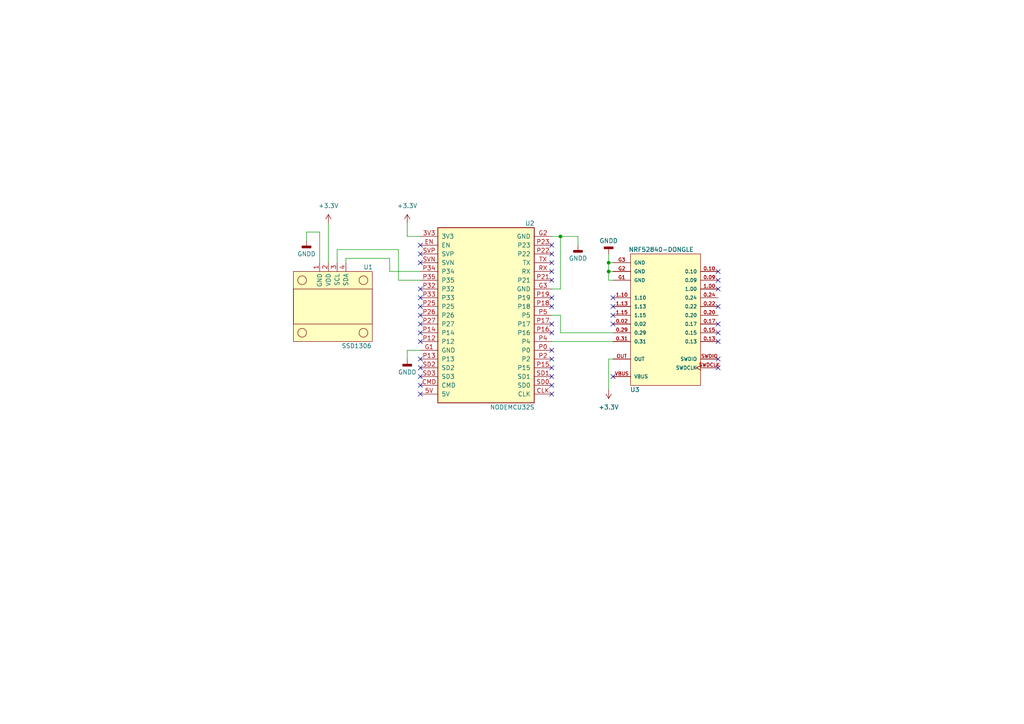
<source format=kicad_sch>
(kicad_sch (version 20211123) (generator eeschema)
  (paper "A4")
  (lib_symbols
    (symbol "NODEMCU32S:NODEMCU32S" (pin_names (offset 1.016))
      (property "Reference" "U2" (at 13.97 24.13 0))
      (property "Value" "NODEMCU32S" (at 8.89 -29.21 0))
      (symbol "NODEMCU32S_0_0"
        (rectangle (start -12.7 -27.94) (end 15.24 22.86) (stroke (width 0.254)) (fill (type background)))
        (pin bidirectional line (at -17.78 -15.24 0) (length 5.08) (name "P13") (number "P13"))
        (pin bidirectional line (at 20.32 10.16 180) (length 5.08) (name "RX") (number "RX"))
        (pin bidirectional line (at -17.78 -17.78 0) (length 5.08) (name "SD2") (number "SD2"))
        (pin bidirectional line (at 20.32 12.7 180) (length 5.08) (name "TX") (number "TX"))
      )
      (symbol "NODEMCU32S_1_1"
        (pin power_in line (at -17.78 20.32 0) (length 5.08) (name "3V3") (number "3V3"))
        (pin power_out line (at -17.78 -25.4 0) (length 5.08) (name "5V") (number "5V"))
        (pin bidirectional line (at 20.32 -25.4 180) (length 5.08) (name "CLK") (number "CLK"))
        (pin bidirectional line (at -17.78 -22.86 0) (length 5.08) (name "CMD") (number "CMD"))
        (pin bidirectional line (at -17.78 17.78 0) (length 5.08) (name "EN") (number "EN"))
        (pin power_in line (at -17.78 -12.7 0) (length 5.08) (name "GND") (number "G1"))
        (pin power_in line (at 20.32 20.32 180) (length 5.08) (name "GND") (number "G2"))
        (pin power_in line (at 20.32 5.08 180) (length 5.08) (name "GND") (number "G3"))
        (pin bidirectional line (at 20.32 -12.7 180) (length 5.08) (name "P0") (number "P0"))
        (pin bidirectional line (at -17.78 -10.16 0) (length 5.08) (name "P12") (number "P12"))
        (pin bidirectional line (at -17.78 -7.62 0) (length 5.08) (name "P14") (number "P14"))
        (pin bidirectional line (at 20.32 -17.78 180) (length 5.08) (name "P15") (number "P15"))
        (pin bidirectional line (at 20.32 -7.62 180) (length 5.08) (name "P16") (number "P16"))
        (pin bidirectional line (at 20.32 -5.08 180) (length 5.08) (name "P17") (number "P17"))
        (pin bidirectional line (at 20.32 0 180) (length 5.08) (name "P18") (number "P18"))
        (pin bidirectional line (at 20.32 2.54 180) (length 5.08) (name "P19") (number "P19"))
        (pin bidirectional line (at 20.32 -15.24 180) (length 5.08) (name "P2") (number "P2"))
        (pin bidirectional line (at 20.32 7.62 180) (length 5.08) (name "P21") (number "P21"))
        (pin bidirectional line (at 20.32 15.24 180) (length 5.08) (name "P22") (number "P22"))
        (pin bidirectional line (at 20.32 17.78 180) (length 5.08) (name "P23") (number "P23"))
        (pin bidirectional line (at -17.78 0 0) (length 5.08) (name "P25") (number "P25"))
        (pin bidirectional line (at -17.78 -2.54 0) (length 5.08) (name "P26") (number "P26"))
        (pin bidirectional line (at -17.78 -5.08 0) (length 5.08) (name "P27") (number "P27"))
        (pin bidirectional line (at -17.78 5.08 0) (length 5.08) (name "P32") (number "P32"))
        (pin bidirectional line (at -17.78 2.54 0) (length 5.08) (name "P33") (number "P33"))
        (pin bidirectional line (at -17.78 10.16 0) (length 5.08) (name "P34") (number "P34"))
        (pin bidirectional line (at -17.78 7.62 0) (length 5.08) (name "P35") (number "P35"))
        (pin bidirectional line (at 20.32 -10.16 180) (length 5.08) (name "P4") (number "P4"))
        (pin bidirectional line (at 20.32 -2.54 180) (length 5.08) (name "P5") (number "P5"))
        (pin bidirectional line (at 20.32 -22.86 180) (length 5.08) (name "SD0") (number "SD0"))
        (pin bidirectional line (at 20.32 -20.32 180) (length 5.08) (name "SD1") (number "SD1"))
        (pin bidirectional line (at -17.78 -20.32 0) (length 5.08) (name "SD3") (number "SD3"))
        (pin bidirectional line (at -17.78 12.7 0) (length 5.08) (name "SVN") (number "SVN"))
        (pin bidirectional line (at -17.78 15.24 0) (length 5.08) (name "SVP") (number "SVP"))
      )
    )
    (symbol "NRF52840-DONGLE_1" (pin_names (offset 1.016))
      (property "Reference" "U" (at -11.43 19.05 0))
      (property "Value" "NRF52840-DONGLE_1" (at -10.16 -22.86 0))
      (symbol "NRF52840-DONGLE_1_0_0"
        (rectangle (start -11.43 17.78) (end 8.89 -20.32) (stroke (width 0.1524)) (fill (type background)))
        (pin bidirectional line (at 13.97 0 180) (length 5.08) (name "0.02") (number "0.02"))
        (pin bidirectional line (at -16.51 -12.7 0) (length 5.08) (name "0.09") (number "0.09"))
        (pin bidirectional line (at -16.51 -15.24 0) (length 5.08) (name "0.10") (number "0.10"))
        (pin bidirectional line (at -16.51 5.08 0) (length 5.08) (name "0.13") (number "0.13"))
        (pin bidirectional line (at -16.51 2.54 0) (length 5.08) (name "0.15") (number "0.15"))
        (pin bidirectional line (at -16.51 0 0) (length 5.08) (name "0.17") (number "0.17"))
        (pin bidirectional line (at -16.51 -2.54 0) (length 5.08) (name "0.20") (number "0.20"))
        (pin bidirectional line (at -16.51 -5.08 0) (length 5.08) (name "0.22") (number "0.22"))
        (pin bidirectional line (at -16.51 -7.62 0) (length 5.08) (name "0.24") (number "0.24"))
        (pin bidirectional line (at 13.97 2.54 180) (length 5.08) (name "0.29") (number "0.29"))
        (pin bidirectional line (at 13.97 5.08 180) (length 5.08) (name "0.31") (number "0.31"))
        (pin bidirectional line (at -16.51 -10.16 0) (length 5.08) (name "1.00") (number "1.00"))
        (pin bidirectional line (at 13.97 -7.62 180) (length 5.08) (name "1.10") (number "1.10"))
        (pin bidirectional line (at 13.97 -5.08 180) (length 5.08) (name "1.13") (number "1.13"))
        (pin bidirectional line (at 13.97 -2.54 180) (length 5.08) (name "1.15") (number "1.15"))
        (pin power_in line (at 13.97 -12.7 180) (length 5.08) (name "GND") (number "G1"))
        (pin power_in line (at 13.97 -15.24 180) (length 5.08) (name "GND") (number "G2"))
        (pin power_in line (at 13.97 -17.78 180) (length 5.08) (name "GND") (number "G3"))
        (pin output line (at 13.97 10.16 180) (length 5.08) (name "OUT") (number "OUT"))
        (pin input clock (at -16.51 12.7 0) (length 5.08) (name "SWDCLK") (number "SWDCLK"))
        (pin bidirectional line (at -16.51 10.16 0) (length 5.08) (name "SWDIO") (number "SWDIO"))
        (pin power_in line (at 13.97 15.24 180) (length 5.08) (name "VBUS") (number "VBUS"))
      )
    )
    (symbol "SSD1306:SSD1306"
      (property "Reference" "U" (at -7.62 12.7 0))
      (property "Value" "SSD1306" (at 10.16 -10.16 0))
      (symbol "SSD1306_0_1"
        (rectangle (start -8.89 6.35) (end 13.97 -3.81))
        (rectangle (start -8.89 11.43) (end 13.97 -8.89) (fill (type background)))
        (circle (center -6.35 -6.35) (radius 1.27))
        (circle (center -6.35 8.89) (radius 1.27))
        (circle (center 11.43 -6.35) (radius 1.27))
        (circle (center 11.43 8.89) (radius 1.27))
      )
      (symbol "SSD1306_1_1"
        (pin power_in line (at -1.27 13.97 270) (length 2.54) (name "GND") (number "1"))
        (pin power_in line (at 1.27 13.97 270) (length 2.54) (name "VDD") (number "2"))
        (pin bidirectional line (at 3.81 13.97 270) (length 2.54) (name "SCL") (number "3"))
        (pin bidirectional line (at 6.35 13.97 270) (length 2.54) (name "SDA") (number "4"))
      )
    )
    (symbol "power:+3.3V" (power) (pin_names (offset 0))
      (property "Value" "+3.3V" (at 0 3.556 0))
      (symbol "+3.3V_0_1"
        (polyline (pts (xy -0.762 1.27) (xy 0 2.54)))
        (polyline (pts (xy 0 0) (xy 0 2.54)))
        (polyline (pts (xy 0 2.54) (xy 0.762 1.27)))
      )
      (symbol "+3.3V_1_1"
        (pin power_in line (at 0 0 90) (length 0) hide (name "+3.3V") (number "1"))
      )
    )
    (symbol "power:GNDD" (power) (pin_names (offset 0))
      (property "Value" "GNDD" (at 0 -3.175 0))
      (symbol "GNDD_0_1"
        (rectangle (start -1.27 -1.524) (end 1.27 -2.032) (stroke (width 0.254)) (fill (type outline)))
        (polyline (pts (xy 0 0) (xy 0 -1.524)))
      )
      (symbol "GNDD_1_1"
        (pin power_in line (at 0 0 270) (length 0) hide (name "GNDD") (number "1"))
      )
    )
  )
  (junction (at 176.53 76.2))
  (junction (at 162.56 68.58))
  (junction (at 176.53 78.74))
  (no_connect (at 160.02 86.36))
  (no_connect (at 121.92 111.76))
  (no_connect (at 208.28 81.28))
  (no_connect (at 208.28 96.52))
  (no_connect (at 160.02 88.9))
  (no_connect (at 177.8 91.44))
  (no_connect (at 121.92 88.9))
  (no_connect (at 177.8 86.36))
  (no_connect (at 121.92 93.98))
  (no_connect (at 208.28 78.74))
  (no_connect (at 121.92 83.82))
  (no_connect (at 208.28 106.68))
  (no_connect (at 160.02 93.98))
  (no_connect (at 160.02 111.76))
  (no_connect (at 121.92 86.36))
  (no_connect (at 160.02 78.74))
  (no_connect (at 177.8 93.98))
  (no_connect (at 160.02 81.28))
  (no_connect (at 160.02 76.2))
  (no_connect (at 160.02 106.68))
  (no_connect (at 121.92 109.22))
  (no_connect (at 208.28 88.9))
  (no_connect (at 208.28 83.82))
  (no_connect (at 121.92 73.66))
  (no_connect (at 160.02 101.6))
  (no_connect (at 160.02 71.12))
  (no_connect (at 177.8 88.9))
  (no_connect (at 121.92 99.06))
  (no_connect (at 121.92 91.44))
  (no_connect (at 121.92 96.52))
  (no_connect (at 208.28 104.14))
  (no_connect (at 121.92 76.2))
  (no_connect (at 160.02 96.52))
  (no_connect (at 121.92 71.12))
  (no_connect (at 160.02 109.22))
  (no_connect (at 177.8 109.22))
  (no_connect (at 121.92 106.68))
  (no_connect (at 121.92 114.3))
  (no_connect (at 208.28 93.98))
  (no_connect (at 208.28 99.06))
  (no_connect (at 160.02 73.66))
  (no_connect (at 160.02 114.3))
  (no_connect (at 160.02 104.14))
  (no_connect (at 121.92 104.14))
  (wire (pts (xy 177.8 96.52) (xy 162.56 96.52)))
  (wire (pts (xy 115.57 72.39) (xy 115.57 81.28)))
  (wire (pts (xy 118.11 64.77) (xy 118.11 68.58)))
  (wire (pts (xy 92.71 76.2) (xy 92.71 67.31)))
  (wire (pts (xy 113.03 78.74) (xy 121.92 78.74)))
  (wire (pts (xy 97.79 76.2) (xy 97.79 72.39)))
  (wire (pts (xy 176.53 73.66) (xy 176.53 76.2)))
  (wire (pts (xy 100.33 76.2) (xy 100.33 74.93)))
  (wire (pts (xy 176.53 78.74) (xy 176.53 76.2)))
  (wire (pts (xy 115.57 81.28) (xy 121.92 81.28)))
  (wire (pts (xy 176.53 113.03) (xy 176.53 104.14)))
  (wire (pts (xy 118.11 68.58) (xy 121.92 68.58)))
  (wire (pts (xy 176.53 81.28) (xy 176.53 78.74)))
  (wire (pts (xy 92.71 67.31) (xy 88.9 67.31)))
  (wire (pts (xy 162.56 91.44) (xy 160.02 91.44)))
  (wire (pts (xy 95.25 64.77) (xy 95.25 76.2)))
  (wire (pts (xy 121.92 101.6) (xy 118.11 101.6)))
  (wire (pts (xy 177.8 81.28) (xy 176.53 81.28)))
  (wire (pts (xy 162.56 68.58) (xy 162.56 83.82)))
  (wire (pts (xy 177.8 78.74) (xy 176.53 78.74)))
  (wire (pts (xy 162.56 68.58) (xy 167.64 68.58)))
  (wire (pts (xy 88.9 67.31) (xy 88.9 69.85)))
  (wire (pts (xy 162.56 68.58) (xy 160.02 68.58)))
  (wire (pts (xy 162.56 91.44) (xy 162.56 96.52)))
  (wire (pts (xy 167.64 68.58) (xy 167.64 71.12)))
  (wire (pts (xy 160.02 99.06) (xy 177.8 99.06)))
  (wire (pts (xy 113.03 74.93) (xy 113.03 78.74)))
  (wire (pts (xy 160.02 83.82) (xy 162.56 83.82)))
  (wire (pts (xy 176.53 76.2) (xy 177.8 76.2)))
  (wire (pts (xy 118.11 101.6) (xy 118.11 104.14)))
  (wire (pts (xy 97.79 72.39) (xy 115.57 72.39)))
  (wire (pts (xy 100.33 74.93) (xy 113.03 74.93)))
  (wire (pts (xy 177.8 104.14) (xy 176.53 104.14)))
  (symbol (lib_id "power:GNDD") (at 176.53 73.66 180) (unit 1)
    (property "Reference" "#PWR0101" (effects hide))
    (property "Value" "GNDD" (at 176.53 69.85 0))
  )
  (symbol (lib_id "power:GNDD") (at 118.11 104.14 0) (unit 1)
    (property "Reference" "#PWR0103" (effects hide))
    (property "Value" "GNDD" (at 118.11 107.95 0))
  )
  (symbol (lib_name "NRF52840-DONGLE_1") (lib_id "NRF52840-DONGLE:NRF52840-DONGLE") (at 191.77 93.98 180) (unit 1)
    (property "Reference" "U3" (at 184.15 113.03 0))
    (property "Value" "NRF52840-DONGLE" (at 191.77 72.39 0))
    (property "Footprint" "custom:MODULE_NRF52840-DONGLE" (effects hide))
    (property "PARTREV" "1.1" (effects hide))
    (property "STANDARD" "Manufacturer Recommendations" (effects hide))
    (property "MAXIMUM_PACKAGE_HEIGHT" "N/A" (effects hide))
    (property "MANUFACTURER" "Nordic semiconductor" (effects hide))
  )
  (symbol (lib_id "power:+3.3V") (at 95.25 64.77 0) (unit 1)
    (property "Reference" "#PWR02" (effects hide))
    (property "Value" "+3.3V" (at 95.25 59.69 0))
  )
  (symbol (lib_id "power:GNDD") (at 167.64 71.12 0) (unit 1)
    (property "Reference" "#PWR0102" (effects hide))
    (property "Value" "GNDD" (at 167.64 74.93 0))
  )
  (symbol (lib_id "power:+3.3V") (at 176.53 113.03 180) (unit 1)
    (property "Reference" "#PWR06" (effects hide))
    (property "Value" "+3.3V" (at 176.53 118.11 0))
  )
  (symbol (lib_id "power:GNDD") (at 88.9 69.85 0) (unit 1)
    (property "Reference" "#PWR0104" (effects hide))
    (property "Value" "GNDD" (at 88.9 73.66 0))
  )
  (symbol (lib_id "power:+3.3V") (at 118.11 64.77 0) (unit 1)
    (property "Reference" "#PWR03" (effects hide))
    (property "Value" "+3.3V" (at 118.11 59.69 0))
  )
  (symbol (lib_id "SSD1306:SSD1306") (at 93.98 90.17 0) (unit 1)
    (property "Reference" "U1" (at 105.41 77.47 0) (effects (justify left)))
    (property "Value" "SSD1306" (at 99.06 100.33 0) (effects (justify left)))
    (property "Footprint" "custom:128x64OLED" (effects hide))
  )
  (symbol (lib_id "NODEMCU32S:NODEMCU32S") (at 139.7 88.9 0) (unit 1)
    (property "Reference" "U2" (at 153.67 64.77 0))
    (property "Value" "NODEMCU32S" (at 148.59 118.11 0))
    (property "Footprint" "custom:NODEMCU32S" (effects hide))
  )
)
</source>
